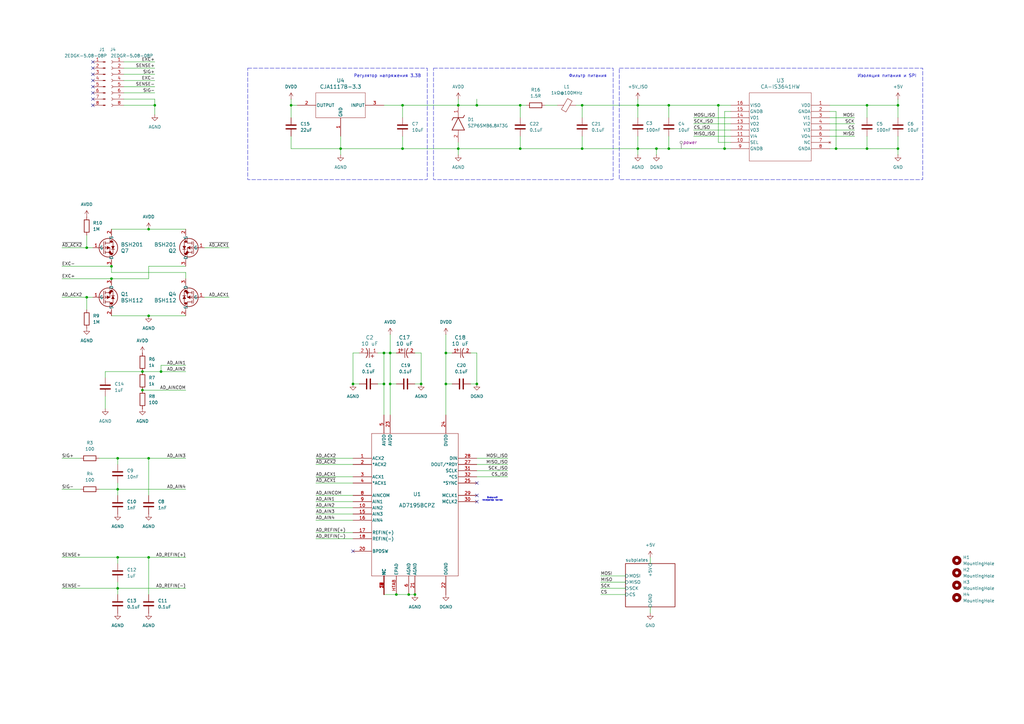
<source format=kicad_sch>
(kicad_sch (version 20231120) (generator "eeschema") (generator_version "8.0")
  (paper "A3")
  (junction (at 63.5 43.18))
  (junction (at 182.88 144.78))
  (junction (at 48.26 200.66))
  (junction (at 60.96 129.54))
  (junction (at 368.3 60.96))
  (junction (at 261.62 43.18))
  (junction (at 213.36 43.18))
  (junction (at 238.76 60.96))
  (junction (at 45.72 109.22))
  (junction (at 48.26 187.96))
  (junction (at 157.48 157.48))
  (junction (at 58.42 160.02))
  (junction (at 157.48 144.78))
  (junction (at 195.58 157.48))
  (junction (at 48.26 241.3))
  (junction (at 269.24 60.96))
  (junction (at 195.58 43.18))
  (junction (at 160.02 157.48))
  (junction (at 261.62 60.96))
  (junction (at 119.38 43.18))
  (junction (at 160.02 144.78))
  (junction (at 45.72 114.3))
  (junction (at 144.78 157.48))
  (junction (at 60.96 187.96))
  (junction (at 172.72 157.48))
  (junction (at 213.36 60.96))
  (junction (at 355.6 43.18))
  (junction (at 274.32 43.18))
  (junction (at 165.1 60.96))
  (junction (at 139.7 60.96))
  (junction (at 342.9 60.96))
  (junction (at 368.3 43.18))
  (junction (at 355.6 60.96))
  (junction (at 170.18 243.84))
  (junction (at 48.26 228.6))
  (junction (at 238.76 43.18))
  (junction (at 60.96 228.6))
  (junction (at 182.88 157.48))
  (junction (at 35.56 101.6))
  (junction (at 165.1 43.18))
  (junction (at 66.04 152.4))
  (junction (at 294.64 43.18))
  (junction (at 35.56 121.92))
  (junction (at 297.18 60.96))
  (junction (at 167.64 243.84))
  (junction (at 187.96 60.96))
  (junction (at 274.32 60.96))
  (junction (at 162.56 243.84))
  (junction (at 60.96 93.98))
  (junction (at 58.42 152.4))
  (junction (at 187.96 43.18))
  (no_connect (at 38.1 35.56))
  (no_connect (at 38.1 30.48))
  (no_connect (at 195.58 198.12))
  (no_connect (at 144.78 226.06))
  (no_connect (at 38.1 40.64))
  (no_connect (at 38.1 33.02))
  (no_connect (at 38.1 38.1))
  (no_connect (at 38.1 25.4))
  (no_connect (at 38.1 43.18))
  (no_connect (at 195.58 205.74))
  (no_connect (at 195.58 203.2))
  (no_connect (at 38.1 27.94))
  (wire (pts (xy 76.2 149.86) (xy 66.04 149.86)))
  (wire (pts (xy 170.18 157.48) (xy 172.72 157.48)))
  (wire (pts (xy 368.3 48.26) (xy 368.3 43.18)))
  (wire (pts (xy 266.7 251.46) (xy 266.7 248.92)))
  (wire (pts (xy 83.82 101.6) (xy 93.98 101.6)))
  (wire (pts (xy 160.02 157.48) (xy 162.56 157.48)))
  (wire (pts (xy 157.48 144.78) (xy 160.02 144.78)))
  (wire (pts (xy 66.04 149.86) (xy 66.04 152.4)))
  (wire (pts (xy 213.36 43.18) (xy 215.9 43.18)))
  (wire (pts (xy 182.88 157.48) (xy 182.88 170.18)))
  (wire (pts (xy 60.96 109.22) (xy 76.2 109.22)))
  (wire (pts (xy 40.64 200.66) (xy 48.26 200.66)))
  (wire (pts (xy 139.7 60.96) (xy 165.1 60.96)))
  (wire (pts (xy 299.72 45.72) (xy 297.18 45.72)))
  (wire (pts (xy 50.8 40.64) (xy 63.5 40.64)))
  (wire (pts (xy 297.18 45.72) (xy 297.18 60.96)))
  (wire (pts (xy 256.54 241.3) (xy 246.38 241.3)))
  (wire (pts (xy 274.32 55.88) (xy 274.32 60.96)))
  (wire (pts (xy 299.72 60.96) (xy 297.18 60.96)))
  (wire (pts (xy 193.04 144.78) (xy 195.58 144.78)))
  (wire (pts (xy 50.8 38.1) (xy 63.5 38.1)))
  (wire (pts (xy 129.54 220.98) (xy 144.78 220.98)))
  (wire (pts (xy 342.9 60.96) (xy 355.6 60.96)))
  (wire (pts (xy 355.6 55.88) (xy 355.6 60.96)))
  (wire (pts (xy 154.94 157.48) (xy 157.48 157.48)))
  (wire (pts (xy 160.02 157.48) (xy 160.02 170.18)))
  (wire (pts (xy 195.58 187.96) (xy 208.28 187.96)))
  (wire (pts (xy 195.58 43.18) (xy 213.36 43.18)))
  (wire (pts (xy 139.7 55.88) (xy 139.7 60.96)))
  (wire (pts (xy 48.26 241.3) (xy 76.2 241.3)))
  (wire (pts (xy 160.02 137.16) (xy 160.02 144.78)))
  (wire (pts (xy 60.96 203.2) (xy 60.96 187.96)))
  (wire (pts (xy 48.26 238.76) (xy 48.26 241.3)))
  (wire (pts (xy 58.42 152.4) (xy 66.04 152.4)))
  (wire (pts (xy 340.36 55.88) (xy 350.52 55.88)))
  (wire (pts (xy 129.54 208.28) (xy 144.78 208.28)))
  (wire (pts (xy 284.48 50.8) (xy 299.72 50.8)))
  (wire (pts (xy 294.64 43.18) (xy 294.64 58.42)))
  (wire (pts (xy 238.76 55.88) (xy 238.76 60.96)))
  (wire (pts (xy 48.26 200.66) (xy 48.26 198.12)))
  (wire (pts (xy 66.04 152.4) (xy 76.2 152.4)))
  (wire (pts (xy 213.36 60.96) (xy 238.76 60.96)))
  (wire (pts (xy 182.88 137.16) (xy 182.88 144.78)))
  (wire (pts (xy 60.96 228.6) (xy 60.96 243.84)))
  (wire (pts (xy 162.56 243.84) (xy 167.64 243.84)))
  (wire (pts (xy 368.3 43.18) (xy 355.6 43.18)))
  (wire (pts (xy 172.72 144.78) (xy 172.72 157.48)))
  (wire (pts (xy 165.1 60.96) (xy 187.96 60.96)))
  (wire (pts (xy 43.18 154.94) (xy 43.18 152.4)))
  (wire (pts (xy 58.42 160.02) (xy 76.2 160.02)))
  (wire (pts (xy 368.3 40.64) (xy 368.3 43.18)))
  (wire (pts (xy 50.8 27.94) (xy 63.5 27.94)))
  (wire (pts (xy 187.96 40.64) (xy 187.96 43.18)))
  (wire (pts (xy 160.02 144.78) (xy 160.02 157.48)))
  (wire (pts (xy 157.48 243.84) (xy 162.56 243.84)))
  (wire (pts (xy 48.26 200.66) (xy 48.26 203.2)))
  (wire (pts (xy 160.02 144.78) (xy 162.56 144.78)))
  (wire (pts (xy 48.26 228.6) (xy 48.26 231.14)))
  (wire (pts (xy 187.96 43.18) (xy 195.58 43.18)))
  (wire (pts (xy 284.48 48.26) (xy 299.72 48.26)))
  (wire (pts (xy 25.4 187.96) (xy 33.02 187.96)))
  (wire (pts (xy 76.2 114.3) (xy 76.2 111.76)))
  (wire (pts (xy 60.96 228.6) (xy 76.2 228.6)))
  (wire (pts (xy 60.96 187.96) (xy 48.26 187.96)))
  (wire (pts (xy 48.26 200.66) (xy 76.2 200.66)))
  (wire (pts (xy 274.32 48.26) (xy 274.32 43.18)))
  (wire (pts (xy 368.3 55.88) (xy 368.3 60.96)))
  (wire (pts (xy 355.6 60.96) (xy 368.3 60.96)))
  (wire (pts (xy 195.58 190.5) (xy 208.28 190.5)))
  (wire (pts (xy 48.26 187.96) (xy 48.26 190.5)))
  (wire (pts (xy 274.32 43.18) (xy 261.62 43.18)))
  (wire (pts (xy 157.48 144.78) (xy 157.48 157.48)))
  (wire (pts (xy 129.54 213.36) (xy 144.78 213.36)))
  (wire (pts (xy 170.18 144.78) (xy 172.72 144.78)))
  (wire (pts (xy 129.54 203.2) (xy 144.78 203.2)))
  (wire (pts (xy 25.4 109.22) (xy 45.72 109.22)))
  (wire (pts (xy 187.96 63.5) (xy 187.96 60.96)))
  (wire (pts (xy 129.54 198.12) (xy 144.78 198.12)))
  (wire (pts (xy 340.36 53.34) (xy 350.52 53.34)))
  (wire (pts (xy 284.48 55.88) (xy 299.72 55.88)))
  (wire (pts (xy 167.64 243.84) (xy 170.18 243.84)))
  (wire (pts (xy 355.6 48.26) (xy 355.6 43.18)))
  (wire (pts (xy 25.4 200.66) (xy 33.02 200.66)))
  (wire (pts (xy 119.38 60.96) (xy 139.7 60.96)))
  (wire (pts (xy 35.56 96.52) (xy 35.56 101.6)))
  (wire (pts (xy 45.72 114.3) (xy 60.96 114.3)))
  (wire (pts (xy 340.36 48.26) (xy 350.52 48.26)))
  (wire (pts (xy 340.36 60.96) (xy 342.9 60.96)))
  (wire (pts (xy 25.4 101.6) (xy 35.56 101.6)))
  (wire (pts (xy 144.78 144.78) (xy 144.78 157.48)))
  (wire (pts (xy 274.32 43.18) (xy 294.64 43.18)))
  (wire (pts (xy 294.64 43.18) (xy 299.72 43.18)))
  (wire (pts (xy 157.48 157.48) (xy 157.48 170.18)))
  (wire (pts (xy 144.78 157.48) (xy 147.32 157.48)))
  (wire (pts (xy 43.18 162.56) (xy 43.18 167.64)))
  (wire (pts (xy 119.38 40.64) (xy 119.38 43.18)))
  (wire (pts (xy 256.54 236.22) (xy 246.38 236.22)))
  (wire (pts (xy 50.8 43.18) (xy 63.5 43.18)))
  (wire (pts (xy 48.26 228.6) (xy 60.96 228.6)))
  (wire (pts (xy 261.62 40.64) (xy 261.62 43.18)))
  (wire (pts (xy 50.8 25.4) (xy 63.5 25.4)))
  (wire (pts (xy 40.64 187.96) (xy 48.26 187.96)))
  (wire (pts (xy 129.54 190.5) (xy 144.78 190.5)))
  (wire (pts (xy 129.54 205.74) (xy 144.78 205.74)))
  (wire (pts (xy 147.32 144.78) (xy 144.78 144.78)))
  (wire (pts (xy 182.88 144.78) (xy 182.88 157.48)))
  (wire (pts (xy 182.88 157.48) (xy 185.42 157.48)))
  (wire (pts (xy 50.8 35.56) (xy 63.5 35.56)))
  (wire (pts (xy 223.52 43.18) (xy 228.6 43.18)))
  (wire (pts (xy 195.58 144.78) (xy 195.58 157.48)))
  (wire (pts (xy 340.36 45.72) (xy 342.9 45.72)))
  (wire (pts (xy 261.62 55.88) (xy 261.62 60.96)))
  (wire (pts (xy 60.96 114.3) (xy 60.96 109.22)))
  (wire (pts (xy 121.92 43.18) (xy 119.38 43.18)))
  (wire (pts (xy 25.4 228.6) (xy 48.26 228.6)))
  (wire (pts (xy 340.36 50.8) (xy 350.52 50.8)))
  (wire (pts (xy 25.4 241.3) (xy 48.26 241.3)))
  (wire (pts (xy 25.4 121.92) (xy 35.56 121.92)))
  (wire (pts (xy 238.76 60.96) (xy 261.62 60.96)))
  (wire (pts (xy 129.54 187.96) (xy 144.78 187.96)))
  (wire (pts (xy 129.54 195.58) (xy 144.78 195.58)))
  (wire (pts (xy 185.42 144.78) (xy 182.88 144.78)))
  (wire (pts (xy 261.62 48.26) (xy 261.62 43.18)))
  (wire (pts (xy 139.7 60.96) (xy 139.7 63.5)))
  (wire (pts (xy 195.58 195.58) (xy 208.28 195.58)))
  (wire (pts (xy 284.48 53.34) (xy 299.72 53.34)))
  (wire (pts (xy 342.9 45.72) (xy 342.9 60.96)))
  (wire (pts (xy 165.1 43.18) (xy 165.1 48.26)))
  (wire (pts (xy 187.96 60.96) (xy 187.96 58.42)))
  (wire (pts (xy 63.5 40.64) (xy 63.5 43.18)))
  (wire (pts (xy 129.54 210.82) (xy 144.78 210.82)))
  (wire (pts (xy 45.72 111.76) (xy 76.2 111.76)))
  (wire (pts (xy 256.54 243.84) (xy 246.38 243.84)))
  (wire (pts (xy 154.94 144.78) (xy 157.48 144.78)))
  (wire (pts (xy 25.4 114.3) (xy 45.72 114.3)))
  (wire (pts (xy 35.56 121.92) (xy 35.56 127)))
  (wire (pts (xy 45.72 109.22) (xy 45.72 111.76)))
  (wire (pts (xy 83.82 121.92) (xy 93.98 121.92)))
  (wire (pts (xy 195.58 193.04) (xy 208.28 193.04)))
  (wire (pts (xy 261.62 60.96) (xy 269.24 60.96)))
  (wire (pts (xy 119.38 43.18) (xy 119.38 48.26)))
  (wire (pts (xy 157.48 43.18) (xy 165.1 43.18)))
  (wire (pts (xy 236.22 43.18) (xy 238.76 43.18)))
  (wire (pts (xy 274.32 60.96) (xy 297.18 60.96)))
  (wire (pts (xy 266.7 228.6) (xy 266.7 231.14)))
  (wire (pts (xy 187.96 60.96) (xy 213.36 60.96)))
  (wire (pts (xy 256.54 238.76) (xy 246.38 238.76)))
  (wire (pts (xy 50.8 30.48) (xy 63.5 30.48)))
  (wire (pts (xy 368.3 60.96) (xy 368.3 63.5)))
  (wire (pts (xy 213.36 55.88) (xy 213.36 60.96)))
  (wire (pts (xy 165.1 55.88) (xy 165.1 60.96)))
  (wire (pts (xy 213.36 43.18) (xy 213.36 48.26)))
  (wire (pts (xy 45.72 93.98) (xy 60.96 93.98)))
  (wire (pts (xy 60.96 93.98) (xy 76.2 93.98)))
  (wire (pts (xy 119.38 55.88) (xy 119.38 60.96)))
  (wire (pts (xy 299.72 58.42) (xy 294.64 58.42)))
  (wire (pts (xy 269.24 60.96) (xy 274.32 60.96)))
  (wire (pts (xy 35.56 121.92) (xy 38.1 121.92)))
  (wire (pts (xy 238.76 43.18) (xy 238.76 48.26)))
  (wire (pts (xy 165.1 43.18) (xy 187.96 43.18)))
  (wire (pts (xy 60.96 129.54) (xy 76.2 129.54)))
  (wire (pts (xy 261.62 60.96) (xy 261.62 63.5)))
  (wire (pts (xy 63.5 43.18) (xy 63.5 46.99)))
  (wire (pts (xy 269.24 60.96) (xy 269.24 63.5)))
  (wire (pts (xy 43.18 152.4) (xy 58.42 152.4)))
  (wire (pts (xy 340.36 43.18) (xy 355.6 43.18)))
  (wire (pts (xy 195.58 40.64) (xy 195.58 43.18)))
  (wire (pts (xy 50.8 33.02) (xy 63.5 33.02)))
  (wire (pts (xy 238.76 43.18) (xy 261.62 43.18)))
  (wire (pts (xy 129.54 218.44) (xy 144.78 218.44)))
  (wire (pts (xy 60.96 187.96) (xy 76.2 187.96)))
  (wire (pts (xy 35.56 101.6) (xy 38.1 101.6)))
  (wire (pts (xy 193.04 157.48) (xy 195.58 157.48)))
  (wire (pts (xy 45.72 129.54) (xy 60.96 129.54)))
  (wire (pts (xy 48.26 241.3) (xy 48.26 243.84)))
  (rectangle (start 254 27.94) (end 378.46 73.66) (stroke (width 0) (type dash)))
  (rectangle (start 101.6 27.94) (end 175.26 73.66) (stroke (width 0) (type dash)))
  (rectangle (start 177.8 27.94) (end 251.46 73.66) (stroke (width 0) (type dash)))
  (text_box "Внешний генератор тактов" (at 196.85 201.93 0) (size 10.16 5.08) (stroke (width -0.0001)) (effects (font (size 0.635 0.635))))
  (text "Изоляция питания и SPI" (at 375.92 30.48 0) (effects (font (size 1.27 1.27)) (justify right top)))
  (text "Фильтр питания" (at 248.92 30.48 0) (effects (font (size 1.27 1.27)) (justify right top)))
  (text "Регулятор напряжения 3.3В" (at 172.72 30.48 0) (effects (font (size 1.27 1.27)) (justify right top)))
  (label "CS" (at 350.52 53.34 180))
  (label "SENSE+" (at 63.5 27.94 180))
  (label "SIG-" (at 25.4 200.66 0))
  (label "~{AD_ACX1}" (at 129.54 198.12 0))
  (label "CS_ISO" (at 284.48 53.34 0))
  (label "AD_ACX2" (at 25.4 121.92 0))
  (label "MISO_ISO" (at 284.48 55.88 0))
  (label "EXC+" (at 25.4 114.3 0))
  (label "SENSE-" (at 63.5 35.56 180))
  (label "SIG+" (at 63.5 30.48 180))
  (label "AD_REFIN(+)" (at 129.54 218.44 0))
  (label "AD_AIN2" (at 129.54 208.28 0))
  (label "AD_ACX1" (at 129.54 195.58 0))
  (label "~{AD_ACX2}" (at 25.4 101.6 0))
  (label "AD_ACX2" (at 129.54 187.96 0))
  (label "MISO" (at 246.38 238.76 0))
  (label "SIG-" (at 63.5 38.1 180))
  (label "EXC+" (at 63.5 25.4 180))
  (label "MOSI_ISO" (at 208.28 187.96 180))
  (label "MOSI_ISO" (at 284.48 48.26 0))
  (label "CS" (at 246.38 243.84 0))
  (label "SCK_ISO" (at 284.48 50.8 0))
  (label "AD_AIN2" (at 76.2 152.4 180))
  (label "AD_AINCOM" (at 129.54 203.2 0))
  (label "MOSI" (at 246.38 236.22 0))
  (label "AD_AIN4" (at 76.2 200.66 180))
  (label "AD_AINCOM" (at 76.2 160.02 180))
  (label "AD_AIN3" (at 129.54 210.82 0))
  (label "AD_AIN1" (at 129.54 205.74 0))
  (label "MOSI" (at 350.52 48.26 180))
  (label "MISO_ISO" (at 208.28 190.5 180))
  (label "AD_AIN4" (at 129.54 213.36 0))
  (label "AD_AIN1" (at 76.2 149.86 180))
  (label "AD_REFIN(+)" (at 76.2 228.6 180))
  (label "SCK" (at 350.52 50.8 180))
  (label "SCK_ISO" (at 208.28 193.04 180))
  (label "AD_AIN3" (at 76.2 187.96 180))
  (label "SENSE-" (at 25.4 241.3 0))
  (label "EXC-" (at 63.5 33.02 180))
  (label "MISO" (at 350.52 55.88 180))
  (label "SIG+" (at 25.4 187.96 0))
  (label "CS_ISO" (at 208.28 195.58 180))
  (label "AD_ACX1" (at 93.98 121.92 180))
  (label "~{AD_ACX1}" (at 93.98 101.6 180))
  (label "AD_REFIN(-)" (at 76.2 241.3 180))
  (label "SCK" (at 246.38 241.3 0))
  (label "AD_REFIN(-)" (at 129.54 220.98 0))
  (label "SENSE+" (at 25.4 228.6 0))
  (label "~{AD_ACX2}" (at 129.54 190.5 0))
  (label "EXC-" (at 25.4 109.22 0))
  (netclass_flag "" (length 2.54) (shape round) (at 279.4 60.96 0) (property "Netclass" "power" (at 280.0985 58.42 0) (effects (font (italic yes)) (justify left))))
  (symbol (lib_id "power:GND") (at 261.62 63.5 0) (unit 1)
    (property "Reference" "#PWR028" (effects (hide yes)))
    (property "Value" "AGND" (at 261.62 68.58 0))
    (property "Description" "Power symbol creates a global label with name \"GND\" , ground" (effects (hide yes)))
  )
  (symbol (lib_id "kicad_inventree_lib:R_100_1206_1%") (at 36.83 187.96 90) (unit 1)
    (property "Reference" "R3" (at 36.83 181.61 90))
    (property "Value" "100" (at 36.83 184.15 90))
    (property "Footprint" "Resistor_SMD:R_1206_3216Metric_Pad1.30x1.75mm_HandSolder" (effects (hide yes)))
    (property "Datasheet" "http://inventree.network/part/61/" (effects (hide yes)))
    (property "Description" "Resistor" (effects (hide yes)))
    (property "NextPCB_price" "0.00169" (effects (hide yes)))
    (property "NextPCB_url" "https://www.hqonline.com/product-detail/chip-resistors-fojan-frc1206f3301ts-2500354421" (effects (hide yes)))
    (property "part_ipn" "R_100_1206_1%" (effects (hide yes)))
  )
  (symbol (lib_id "power:GND") (at 182.88 243.84 0) (unit 1)
    (property "Reference" "#PWR04" (effects (hide yes)))
    (property "Value" "DGND" (at 182.88 248.92 0))
    (property "Description" "Power symbol creates a global label with name \"GND\" , ground" (effects (hide yes)))
  )
  (symbol (lib_id "kicad_inventree_lib:R_1M_1206_1%") (at 35.56 130.81 0) (unit 1)
    (property "Reference" "R9" (at 38.1 129.5399 0) (effects (justify left)))
    (property "Value" "1M" (at 38.1 132.0799 0) (effects (justify left)))
    (property "Footprint" "Resistor_SMD:R_1206_3216Metric_Pad1.30x1.75mm_HandSolder" (effects (hide yes)))
    (property "Datasheet" "http://inventree.network/part/89/" (effects (hide yes)))
    (property "Description" "Resistor" (effects (hide yes)))
    (property "part_ipn" "R_1M_1206_1%" (effects (hide yes)))
  )
  (symbol (lib_id "power:GND") (at 144.78 157.48 0) (unit 1)
    (property "Reference" "#PWR011" (effects (hide yes)))
    (property "Value" "AGND" (at 144.78 162.56 0))
    (property "Description" "Power symbol creates a global label with name \"GND\" , ground" (effects (hide yes)))
  )
  (symbol (lib_id "kicad_inventree_lib:R_100_1206_1%") (at 58.42 163.83 0) (unit 1)
    (property "Reference" "R8" (at 60.96 162.5599 0) (effects (justify left)))
    (property "Value" "100" (at 60.96 165.0999 0) (effects (justify left)))
    (property "Footprint" "Resistor_SMD:R_1206_3216Metric_Pad1.30x1.75mm_HandSolder" (effects (hide yes)))
    (property "Datasheet" "http://inventree.network/part/61/" (effects (hide yes)))
    (property "Description" "Resistor" (effects (hide yes)))
    (property "NextPCB_price" "0.00169" (effects (hide yes)))
    (property "NextPCB_url" "https://www.hqonline.com/product-detail/chip-resistors-fojan-frc1206f3301ts-2500354421" (effects (hide yes)))
    (property "part_ipn" "R_100_1206_1%" (effects (hide yes)))
  )
  (symbol (lib_id "kicad_inventree_lib:C_100nF_50V_1206") (at 355.6 52.07 0) (unit 1)
    (property "Reference" "C5" (at 359.41 50.7999 0) (effects (justify left)))
    (property "Value" "100nF" (at 359.41 53.3399 0) (effects (justify left)))
    (property "Footprint" "Capacitor_SMD:C_1206_3216Metric_Pad1.33x1.80mm_HandSolder" (effects (hide yes)))
    (property "Datasheet" "http://inventree.network/part/44/" (effects (hide yes)))
    (property "Description" "Unpolarized capacitor" (effects (hide yes)))
    (property "part_ipn" "C_100nF_50V_1206" (effects (hide yes)))
  )
  (symbol (lib_id "kicad_inventree_lib:C_100nF_1206") (at 60.96 247.65 180) (unit 1)
    (property "Reference" "C11" (at 64.77 246.3799 0) (effects (justify right)))
    (property "Value" "0.1uF" (at 64.77 248.9199 0) (effects (justify right)))
    (property "Footprint" "Capacitor_SMD:C_1206_3216Metric_Pad1.33x1.80mm_HandSolder" (effects (hide yes)))
    (property "Datasheet" "http://inventree.network/part/44/" (effects (hide yes)))
    (property "Description" "Unpolarized capacitor" (effects (hide yes)))
    (property "part_ipn" "C_100nF_1206" (effects (hide yes)))
  )
  (symbol (lib_id "Mechanical:MountingHole") (at 392.43 240.03 0) (unit 1) (exclude_from_sim yes) (in_bom no)
    (property "Reference" "H3" (at 394.97 238.7599 0) (effects (justify left)))
    (property "Value" "MountingHole" (at 394.97 241.2999 0) (effects (justify left)))
    (property "Footprint" "MountingHole:MountingHole_3.2mm_M3" (effects (hide yes)))
    (property "Description" "Mounting Hole without connection" (effects (hide yes)))
  )
  (symbol (lib_id "kicad_inventree_lib:TAJA106M016RNJ") (at 162.56 144.78 0) (unit 1)
    (property "Reference" "C17" (at 165.8874 138.43 0) (effects (font (size 1.524 1.524))))
    (property "Value" "10 uF" (at 165.8874 140.97 0) (effects (font (size 1.524 1.524))))
    (property "Footprint" "kicad_inventree_lib:TAJA_AVX-M" (effects (hide yes)))
    (property "Datasheet" "TAJA106M016RNJ" (effects (hide yes)))
    (property "Description" "10uF 16V 3Ω@100kHz ±20% CASE-A-3216-18(mm) Tantalum Capacitors" (effects (hide yes)))
    (property "part_ipn" "TAJA106M016RNJ" (effects (hide yes)))
  )
  (symbol (lib_id "kicad_inventree_lib:C_100nF_1206") (at 48.26 247.65 180) (unit 1)
    (property "Reference" "C13" (at 52.07 246.3799 0) (effects (justify right)))
    (property "Value" "0.1uF" (at 52.07 248.9199 0) (effects (justify right)))
    (property "Footprint" "Capacitor_SMD:C_1206_3216Metric_Pad1.33x1.80mm_HandSolder" (effects (hide yes)))
    (property "Datasheet" "http://inventree.network/part/44/" (effects (hide yes)))
    (property "Description" "Unpolarized capacitor" (effects (hide yes)))
    (property "part_ipn" "C_100nF_1206" (effects (hide yes)))
  )
  (symbol (lib_id "kicad_inventree_lib:C_100nF_1206") (at 151.13 157.48 90) (unit 1)
    (property "Reference" "C1" (at 151.13 149.86 90))
    (property "Value" "0.1uF" (at 151.13 152.4 90))
    (property "Footprint" "Capacitor_SMD:C_1206_3216Metric_Pad1.33x1.80mm_HandSolder" (effects (hide yes)))
    (property "Datasheet" "http://inventree.network/part/44/" (effects (hide yes)))
    (property "Description" "Unpolarized capacitor" (effects (hide yes)))
    (property "part_ipn" "C_100nF_1206" (effects (hide yes)))
  )
  (symbol (lib_id "kicad_inventree_lib:C_10uF_50V_1210") (at 368.3 52.07 0) (unit 1)
    (property "Reference" "C6" (at 372.11 50.7999 0) (effects (justify left)))
    (property "Value" "10uF" (at 372.11 53.3399 0) (effects (justify left)))
    (property "Footprint" "Capacitor_SMD:C_1210_3225Metric_Pad1.33x2.70mm_HandSolder" (effects (hide yes)))
    (property "Datasheet" "http://inventree.network/part/125/" (effects (hide yes)))
    (property "Description" "Unpolarized capacitor" (effects (hide yes)))
    (property "part_ipn" "C_10uF_50V_1210" (effects (hide yes)))
  )
  (symbol (lib_id "kicad_inventree_lib:AD7195BCPZ") (at 144.78 182.88 0) (unit 1)
    (property "Reference" "U1" (at 169.418 202.692 0) (effects (font (size 1.524 1.524)) (justify left)))
    (property "Value" "AD7195BCPZ" (at 163.576 207.264 0) (effects (font (size 1.524 1.524)) (justify left)))
    (property "Footprint" "kicad_inventree_lib:AD7195BCPZ" (effects (hide yes)))
    (property "Datasheet" "http://inventree.network/part/84/" (effects (hide yes)))
    (property "part_ipn" "AD7195BCPZ" (effects (hide yes)))
  )
  (symbol (lib_id "power:+5V") (at 119.38 40.64 0) (unit 1)
    (property "Reference" "#PWR036" (effects (hide yes)))
    (property "Value" "DVDD" (at 119.38 35.56 0))
    (property "Description" "Power symbol creates a global label with name \"+5V\"" (effects (hide yes)))
  )
  (symbol (lib_id "kicad_inventree_lib:C_22uF_16V_1206") (at 119.38 52.07 0) (unit 1)
    (property "Reference" "C15" (at 123.19 50.7999 0) (effects (justify left)))
    (property "Value" "22uF" (at 123.19 53.3399 0) (effects (justify left)))
    (property "Footprint" "Capacitor_SMD:C_1206_3216Metric_Pad1.33x1.80mm_HandSolder" (effects (hide yes)))
    (property "Datasheet" "http://inventree.network/part/166/" (effects (hide yes)))
    (property "Description" "Unpolarized capacitor" (effects (hide yes)))
    (property "part_ipn" "C_22uF_16V_1206" (effects (hide yes)))
  )
  (symbol (lib_id "power:GND") (at 35.56 134.62 0) (unit 1)
    (property "Reference" "#PWR014" (effects (hide yes)))
    (property "Value" "AGND" (at 35.56 139.7 0))
    (property "Description" "Power symbol creates a global label with name \"GND\" , ground" (effects (hide yes)))
  )
  (symbol (lib_id "power:GND") (at 48.26 251.46 0) (unit 1)
    (property "Reference" "#PWR017" (effects (hide yes)))
    (property "Value" "AGND" (at 48.26 256.54 0))
    (property "Description" "Power symbol creates a global label with name \"GND\" , ground" (effects (hide yes)))
  )
  (symbol (lib_id "kicad_inventree_lib:CA-IS3641HW") (at 340.36 43.18 0) (mirror y) (unit 1)
    (property "Reference" "U3" (at 320.04 33.02 0) (effects (font (size 1.524 1.524))))
    (property "Value" "CA-IS3641HW" (at 320.04 35.56 0) (effects (font (size 1.524 1.524))))
    (property "Footprint" "kicad_inventree_lib:SOIC16-WBW_CLG-M" (effects (hide yes)))
    (property "Datasheet" "http://inventree.network/part/115/" (effects (hide yes)))
    (property "part_ipn" "CA-IS3641HW" (effects (hide yes)))
  )
  (symbol (lib_id "power:GND") (at 63.5 46.99 0) (unit 1)
    (property "Reference" "#PWR01" (effects (hide yes)))
    (property "Value" "AGND" (at 63.5 52.07 0))
    (property "Description" "Power symbol creates a global label with name \"GND\" , ground" (effects (hide yes)))
  )
  (symbol (lib_id "kicad_inventree_lib:C_1nF_1206") (at 60.96 207.01 0) (unit 1)
    (property "Reference" "C8" (at 64.77 205.7399 0) (effects (justify left)))
    (property "Value" "1nF" (at 64.77 208.2799 0) (effects (justify left)))
    (property "Footprint" "Capacitor_SMD:C_1206_3216Metric_Pad1.33x1.80mm_HandSolder" (effects (hide yes)))
    (property "Datasheet" "http://inventree.network/part/44/" (effects (hide yes)))
    (property "Description" "Unpolarized capacitor" (effects (hide yes)))
    (property "part_ipn" "C_1nF_1206" (effects (hide yes)))
  )
  (symbol (lib_id "kicad_inventree_lib:R_1M_1206_1%") (at 35.56 92.71 0) (unit 1)
    (property "Reference" "R10" (at 38.1 91.4399 0) (effects (justify left)))
    (property "Value" "1M" (at 38.1 93.9799 0) (effects (justify left)))
    (property "Footprint" "Resistor_SMD:R_1206_3216Metric_Pad1.30x1.75mm_HandSolder" (effects (hide yes)))
    (property "Datasheet" "http://inventree.network/part/89/" (effects (hide yes)))
    (property "Description" "Resistor" (effects (hide yes)))
    (property "part_ipn" "R_1M_1206_1%" (effects (hide yes)))
  )
  (symbol (lib_id "kicad_inventree_lib:C_100nF_1206") (at 189.23 157.48 90) (unit 1)
    (property "Reference" "C20" (at 189.23 149.86 90))
    (property "Value" "0.1uF" (at 189.23 152.4 90))
    (property "Footprint" "Capacitor_SMD:C_1206_3216Metric_Pad1.33x1.80mm_HandSolder" (effects (hide yes)))
    (property "Datasheet" "http://inventree.network/part/44/" (effects (hide yes)))
    (property "Description" "Unpolarized capacitor" (effects (hide yes)))
    (property "part_ipn" "C_100nF_1206" (effects (hide yes)))
  )
  (symbol (lib_id "kicad_inventree_lib:SZP6SMB6.8AT3G") (at 187.96 43.18 270) (unit 1)
    (property "Reference" "D1" (at 191.77 49.0219 90) (effects (justify left)))
    (property "Value" "SZP6SMB6.8AT3G" (at 191.77 51.5619 90) (effects (justify left)))
    (property "Footprint" "kicad_inventree_lib:DIOM5436X247N" (effects (hide yes)))
    (property "Datasheet" "http://inventree.network/part/91/" (effects (hide yes)))
    (property "Description" "10.5V Clamp 57A Ipp Tvs Diode Surface Mount SMB" (effects (hide yes)))
    (property "Height" "2.47" (effects (hide yes)))
    (property "Manufacturer_Name" "LITTELFUSE" (effects (hide yes)))
    (property "Manufacturer_Part_Number" "SZP6SMB6.8AT3G" (effects (hide yes)))
    (property "Mouser Part Number" "863-SZP6SMB6.8AT3G" (effects (hide yes)))
    (property "Mouser Price/Stock" "https://www.mouser.co.uk/ProductDetail/Littelfuse/SZP6SMB6.8AT3G?qs=sK5eIuwOod5Hrxw0lzAaZQ%3D%3D" (effects (hide yes)))
    (property "Arrow Part Number" "SZP6SMB6.8AT3G" (effects (hide yes)))
    (property "Arrow Price/Stock" "https://www.arrow.com/en/products/szp6smb6.8at3g/littelfuse?region=europe" (effects (hide yes)))
    (property "part_ipn" "SZP6SMB6.8AT3G" (effects (hide yes)))
  )
  (symbol (lib_id "kicad_inventree_lib:C_10uF_50V_1210") (at 274.32 52.07 0) (unit 1)
    (property "Reference" "C4" (at 278.13 50.7999 0) (effects (justify left)))
    (property "Value" "10uF" (at 278.13 53.3399 0) (effects (justify left)))
    (property "Footprint" "Capacitor_SMD:C_1210_3225Metric_Pad1.33x2.70mm_HandSolder" (effects (hide yes)))
    (property "Datasheet" "http://inventree.network/part/125/" (effects (hide yes)))
    (property "Description" "Unpolarized capacitor" (effects (hide yes)))
    (property "part_ipn" "C_10uF_50V_1210" (effects (hide yes)))
  )
  (symbol (lib_id "power:GND") (at 48.26 210.82 0) (unit 1)
    (property "Reference" "#PWR021" (effects (hide yes)))
    (property "Value" "AGND" (at 48.26 215.9 0))
    (property "Description" "Power symbol creates a global label with name \"GND\" , ground" (effects (hide yes)))
  )
  (symbol (lib_id "kicad_inventree_lib:C_1uF_1206") (at 43.18 158.75 0) (unit 1)
    (property "Reference" "C14" (at 46.99 157.4799 0) (effects (justify left)))
    (property "Value" "1uF" (at 46.99 160.0199 0) (effects (justify left)))
    (property "Footprint" "Capacitor_SMD:C_1206_3216Metric_Pad1.33x1.80mm_HandSolder" (effects (hide yes)))
    (property "Datasheet" "http://inventree.network/part/44/" (effects (hide yes)))
    (property "Description" "Unpolarized capacitor" (effects (hide yes)))
    (property "part_ipn" "C_1uF_1206" (effects (hide yes)))
  )
  (symbol (lib_id "kicad_inventree_lib:FB_300mΩ_1kΩ@100MHz_1206") (at 232.41 43.18 270) (unit 1)
    (property "Reference" "L1" (at 232.4608 35.56 90))
    (property "Value" "1kΩ@100MHz" (at 232.4608 38.1 90))
    (property "Footprint" "Inductor_SMD:L_1206_3216Metric_Pad1.42x1.75mm_HandSolder" (effects (hide yes)))
    (property "Datasheet" "http://inventree.network/part/93/" (effects (hide yes)))
    (property "Description" "Ferrite bead" (effects (hide yes)))
    (property "part_ipn" "FB_300mΩ_1kΩ@100MHz_1206" (effects (hide yes)))
  )
  (symbol (lib_id "kicad_inventree_lib:CJA1117B-3.3") (at 139.7 38.1 0) (mirror y) (unit 1)
    (property "Reference" "U4" (at 139.7 33.02 0) (effects (font (size 1.524 1.524))))
    (property "Value" "CJA1117B-3.3" (at 139.7 35.56 0) (effects (font (size 1.524 1.524))))
    (property "Footprint" "Package_TO_SOT_SMD:SOT-89-3" (effects (hide yes)))
    (property "Datasheet" "http://inventree.network/part/165/" (effects (hide yes)))
    (property "part_ipn" "CJA1117B-3.3" (effects (hide yes)))
  )
  (symbol (lib_id "kicad_inventree_lib:C_100nF_50V_1206") (at 261.62 52.07 0) (unit 1)
    (property "Reference" "C3" (at 264.922 50.546 0) (effects (justify left)))
    (property "Value" "100nF" (at 264.922 53.34 0) (effects (justify left)))
    (property "Footprint" "Capacitor_SMD:C_1206_3216Metric_Pad1.33x1.80mm_HandSolder" (effects (hide yes)))
    (property "Datasheet" "http://inventree.network/part/44/" (effects (hide yes)))
    (property "Description" "Unpolarized capacitor" (effects (hide yes)))
    (property "part_ipn" "C_100nF_50V_1206" (effects (hide yes)))
  )
  (symbol (lib_id "kicad_inventree_lib:C_10uF_16V_1206") (at 165.1 52.07 0) (unit 1)
    (property "Reference" "C7" (at 168.91 50.7999 0) (effects (justify left)))
    (property "Value" "10uF" (at 168.91 53.3399 0) (effects (justify left)))
    (property "Footprint" "Capacitor_SMD:C_1206_3216Metric_Pad1.33x1.80mm_HandSolder" (effects (hide yes)))
    (property "Datasheet" "http://inventree.network/part/141/" (effects (hide yes)))
    (property "Description" "Unpolarized capacitor" (effects (hide yes)))
    (property "part_ipn" "C_10uF_16V_1206" (effects (hide yes)))
  )
  (symbol (lib_id "kicad_inventree_lib:BSH112") (at 38.1 121.92 0) (unit 1)
    (property "Reference" "Q1" (at 49.53 120.6499 0) (effects (font (size 1.524 1.524)) (justify left)))
    (property "Value" "BSH112" (at 49.53 123.1899 0) (effects (font (size 1.524 1.524)) (justify left)))
    (property "Footprint" "kicad_inventree_lib:SOT23_NEX-M" (effects (hide yes)))
    (property "Datasheet" "http://inventree.network/part/88/" (effects (hide yes)))
    (property "part_ipn" "BSH112" (effects (hide yes)))
  )
  (symbol (lib_id "power:+5V") (at 187.96 40.64 0) (unit 1)
    (property "Reference" "#PWR023" (effects (hide yes)))
    (property "Value" "AVDD" (at 187.96 35.56 0))
    (property "Description" "Power symbol creates a global label with name \"+5V\"" (effects (hide yes)))
  )
  (symbol (lib_id "kicad_inventree_lib:Degson_2EDGK-5.08-08P") (at 40.64 25.4 0) (mirror y) (unit 1) (on_board no)
    (property "Reference" "J1" (at 40.64 20.32 0) (effects (justify right)))
    (property "Value" "2EDGK-5.08-08P" (at 26.416 22.86 0) (effects (justify right)))
    (property "Datasheet" "http://inventree.network/part/97/" (effects (hide yes)))
    (property "Description" "Generic connector, single row, 01x02, script generated" (effects (hide yes)))
    (property "part_ipn" "2EDGK-5.08-08P" (effects (hide yes)))
  )
  (symbol (lib_id "power:GND") (at 172.72 157.48 0) (unit 1)
    (property "Reference" "#PWR07" (effects (hide yes)))
    (property "Value" "AGND" (at 172.72 162.56 0))
    (property "Description" "Power symbol creates a global label with name \"GND\" , ground" (effects (hide yes)))
  )
  (symbol (lib_id "power:GND") (at 187.96 63.5 0) (unit 1)
    (property "Reference" "#PWR024" (effects (hide yes)))
    (property "Value" "AGND" (at 187.96 68.58 0))
    (property "Description" "Power symbol creates a global label with name \"GND\" , ground" (effects (hide yes)))
  )
  (symbol (lib_id "power:GND") (at 43.18 167.64 0) (unit 1)
    (property "Reference" "#PWR020" (effects (hide yes)))
    (property "Value" "AGND" (at 43.18 172.72 0))
    (property "Description" "Power symbol creates a global label with name \"GND\" , ground" (effects (hide yes)))
  )
  (symbol (lib_id "power:+5V") (at 266.7 228.6 0) (unit 1)
    (property "Reference" "#PWR025" (effects (hide yes)))
    (property "Value" "+5V" (at 266.7 223.52 0))
    (property "Description" "Power symbol creates a global label with name \"+5V\"" (effects (hide yes)))
  )
  (symbol (lib_id "power:GND") (at 139.7 63.5 0) (unit 1)
    (property "Reference" "#PWR027" (effects (hide yes)))
    (property "Value" "AGND" (at 139.7 68.58 0))
    (property "Description" "Power symbol creates a global label with name \"GND\" , ground" (effects (hide yes)))
  )
  (symbol (lib_id "power:+5V") (at 261.62 40.64 0) (unit 1)
    (property "Reference" "#PWR06" (effects (hide yes)))
    (property "Value" "+5V_ISO" (at 261.62 35.56 0))
    (property "Description" "Power symbol creates a global label with name \"+5V\"" (effects (hide yes)))
  )
  (symbol (lib_id "kicad_inventree_lib:R_1.5R_1206_1%") (at 219.71 43.18 90) (unit 1)
    (property "Reference" "R16" (at 219.71 36.83 90))
    (property "Value" "1.5R" (at 219.71 39.37 90))
    (property "Footprint" "Resistor_SMD:R_1206_3216Metric_Pad1.30x1.75mm_HandSolder" (effects (hide yes)))
    (property "Datasheet" "http://inventree.network/part/92/" (effects (hide yes)))
    (property "Description" "Resistor" (effects (hide yes)))
    (property "part_ipn" "R_1.5R_1206_1%" (effects (hide yes)))
  )
  (symbol (lib_id "power:GND") (at 269.24 63.5 0) (unit 1)
    (property "Reference" "#PWR09" (effects (hide yes)))
    (property "Value" "DGND" (at 269.24 68.58 0))
    (property "Description" "Power symbol creates a global label with name \"GND\" , ground" (effects (hide yes)))
  )
  (symbol (lib_id "kicad_inventree_lib:R_1k_1206_1%") (at 58.42 156.21 0) (unit 1)
    (property "Reference" "R7" (at 60.96 154.9399 0) (effects (justify left)))
    (property "Value" "1k" (at 60.96 157.4799 0) (effects (justify left)))
    (property "Footprint" "Resistor_SMD:R_1206_3216Metric_Pad1.30x1.75mm_HandSolder" (effects (hide yes)))
    (property "Datasheet" "http://inventree.network/part/60/" (effects (hide yes)))
    (property "Description" "Resistor" (effects (hide yes)))
    (property "NextPCB_price" "0.00169" (effects (hide yes)))
    (property "NextPCB_url" "https://www.hqonline.com/product-detail/chip-resistors-fojan-frc1206f3301ts-2500354421" (effects (hide yes)))
    (property "part_ipn" "R_1k_1206_1%" (effects (hide yes)))
  )
  (symbol (lib_id "kicad_inventree_lib:BSH201") (at 38.1 101.6 0) (mirror x) (unit 1)
    (property "Reference" "Q7" (at 49.53 102.8701 0) (effects (font (size 1.524 1.524)) (justify left)))
    (property "Value" "BSH201" (at 49.53 100.3301 0) (effects (font (size 1.524 1.524)) (justify left)))
    (property "Footprint" "kicad_inventree_lib:SOT23_NEX-M" (effects (hide yes)))
    (property "Datasheet" "http://inventree.network/part/87/" (effects (hide yes)))
    (property "part_ipn" "BSH201" (effects (hide yes)))
  )
  (symbol (lib_id "kicad_inventree_lib:C_10nF_1206") (at 48.26 194.31 0) (unit 1)
    (property "Reference" "C9" (at 52.07 193.0399 0) (effects (justify left)))
    (property "Value" "10nF" (at 52.07 195.5799 0) (effects (justify left)))
    (property "Footprint" "Capacitor_SMD:C_1206_3216Metric_Pad1.33x1.80mm_HandSolder" (effects (hide yes)))
    (property "Datasheet" "http://inventree.network/part/90/" (effects (hide yes)))
    (property "Description" "Unpolarized capacitor" (effects (hide yes)))
    (property "part_ipn" "C_10nF_1206" (effects (hide yes)))
  )
  (symbol (lib_id "kicad_inventree_lib:BSH201") (at 83.82 101.6 180) (unit 1)
    (property "Reference" "Q2" (at 72.39 102.8701 0) (effects (font (size 1.524 1.524)) (justify left)))
    (property "Value" "BSH201" (at 72.39 100.3301 0) (effects (font (size 1.524 1.524)) (justify left)))
    (property "Footprint" "kicad_inventree_lib:SOT23_NEX-M" (effects (hide yes)))
    (property "Datasheet" "http://inventree.network/part/87/" (effects (hide yes)))
    (property "part_ipn" "BSH201" (effects (hide yes)))
  )
  (symbol (lib_id "kicad_inventree_lib:C_1nF_1206") (at 48.26 207.01 0) (unit 1)
    (property "Reference" "C10" (at 52.07 205.7399 0) (effects (justify left)))
    (property "Value" "1nF" (at 52.07 208.2799 0) (effects (justify left)))
    (property "Footprint" "Capacitor_SMD:C_1206_3216Metric_Pad1.33x1.80mm_HandSolder" (effects (hide yes)))
    (property "Datasheet" "http://inventree.network/part/44/" (effects (hide yes)))
    (property "Description" "Unpolarized capacitor" (effects (hide yes)))
    (property "part_ipn" "C_1nF_1206" (effects (hide yes)))
  )
  (symbol (lib_id "power:+5V") (at 35.56 88.9 0) (unit 1)
    (property "Reference" "#PWR015" (effects (hide yes)))
    (property "Value" "AVDD" (at 35.56 83.82 0))
    (property "Description" "Power symbol creates a global label with name \"+5V\"" (effects (hide yes)))
  )
  (symbol (lib_id "power:+5V") (at 182.88 137.16 0) (unit 1)
    (property "Reference" "#PWR02" (effects (hide yes)))
    (property "Value" "DVDD" (at 182.88 132.08 0))
    (property "Description" "Power symbol creates a global label with name \"+5V\"" (effects (hide yes)))
  )
  (symbol (lib_id "power:GND") (at 60.96 251.46 0) (unit 1)
    (property "Reference" "#PWR016" (effects (hide yes)))
    (property "Value" "AGND" (at 60.96 256.54 0))
    (property "Description" "Power symbol creates a global label with name \"GND\" , ground" (effects (hide yes)))
  )
  (symbol (lib_id "power:GND") (at 170.18 243.84 0) (unit 1)
    (property "Reference" "#PWR05" (effects (hide yes)))
    (property "Value" "AGND" (at 170.18 248.92 0))
    (property "Description" "Power symbol creates a global label with name \"GND\" , ground" (effects (hide yes)))
  )
  (symbol (lib_id "power:GND") (at 58.42 167.64 0) (unit 1)
    (property "Reference" "#PWR019" (effects (hide yes)))
    (property "Value" "AGND" (at 58.42 172.72 0))
    (property "Description" "Power symbol creates a global label with name \"GND\" , ground" (effects (hide yes)))
  )
  (symbol (lib_id "power:GND") (at 266.7 251.46 0) (unit 1)
    (property "Reference" "#PWR026" (effects (hide yes)))
    (property "Value" "GND" (at 266.7 256.54 0))
    (property "Description" "Power symbol creates a global label with name \"GND\" , ground" (effects (hide yes)))
  )
  (symbol (lib_id "kicad_inventree_lib:R_1k_1206_1%") (at 58.42 148.59 0) (unit 1)
    (property "Reference" "R6" (at 60.96 147.3199 0) (effects (justify left)))
    (property "Value" "1k" (at 60.96 149.8599 0) (effects (justify left)))
    (property "Footprint" "Resistor_SMD:R_1206_3216Metric_Pad1.30x1.75mm_HandSolder" (effects (hide yes)))
    (property "Datasheet" "http://inventree.network/part/60/" (effects (hide yes)))
    (property "Description" "Resistor" (effects (hide yes)))
    (property "NextPCB_price" "0.00169" (effects (hide yes)))
    (property "NextPCB_url" "https://www.hqonline.com/product-detail/chip-resistors-fojan-frc1206f3301ts-2500354421" (effects (hide yes)))
    (property "part_ipn" "R_1k_1206_1%" (effects (hide yes)))
  )
  (symbol (lib_id "power:+5V") (at 160.02 137.16 0) (unit 1)
    (property "Reference" "#PWR03" (effects (hide yes)))
    (property "Value" "AVDD" (at 160.02 132.08 0))
    (property "Description" "Power symbol creates a global label with name \"+5V\"" (effects (hide yes)))
  )
  (symbol (lib_id "power:GND") (at 60.96 210.82 0) (unit 1)
    (property "Reference" "#PWR022" (effects (hide yes)))
    (property "Value" "AGND" (at 60.96 215.9 0))
    (property "Description" "Power symbol creates a global label with name \"GND\" , ground" (effects (hide yes)))
  )
  (symbol (lib_id "kicad_inventree_lib:TAJA106M016RNJ") (at 185.42 144.78 0) (unit 1)
    (property "Reference" "C18" (at 188.7474 138.43 0) (effects (font (size 1.524 1.524))))
    (property "Value" "10 uF" (at 188.7474 140.97 0) (effects (font (size 1.524 1.524))))
    (property "Footprint" "kicad_inventree_lib:TAJA_AVX-M" (effects (hide yes)))
    (property "Datasheet" "TAJA106M016RNJ" (effects (hide yes)))
    (property "Description" "10uF 16V 3Ω@100kHz ±20% CASE-A-3216-18(mm) Tantalum Capacitors" (effects (hide yes)))
    (property "part_ipn" "TAJA106M016RNJ" (effects (hide yes)))
  )
  (symbol (lib_id "kicad_inventree_lib:R_100_1206_1%") (at 36.83 200.66 90) (unit 1)
    (property "Reference" "R4" (at 36.83 194.31 90))
    (property "Value" "100" (at 36.83 196.85 90))
    (property "Footprint" "Resistor_SMD:R_1206_3216Metric_Pad1.30x1.75mm_HandSolder" (effects (hide yes)))
    (property "Datasheet" "http://inventree.network/part/61/" (effects (hide yes)))
    (property "Description" "Resistor" (effects (hide yes)))
    (property "NextPCB_price" "0.00169" (effects (hide yes)))
    (property "NextPCB_url" "https://www.hqonline.com/product-detail/chip-resistors-fojan-frc1206f3301ts-2500354421" (effects (hide yes)))
    (property "part_ipn" "R_100_1206_1%" (effects (hide yes)))
  )
  (symbol (lib_id "kicad_inventree_lib:Degson_2EDGR-5.08-08P") (at 48.26 25.4 0) (mirror y) (unit 1)
    (property "Reference" "J4" (at 46.355 20.32 0))
    (property "Value" "2EDGR-5.08-08P" (at 54.102 22.86 0))
    (property "Footprint" "kicad_inventree_lib:Degson_2EDGR-5.08-08P" (effects (hide yes)))
    (property "Datasheet" "http://inventree.network/part/96/" (effects (hide yes)))
    (property "Description" "01x18" (effects (hide yes)))
    (property "part_ipn" "2EDGR-5.08-08P" (effects (hide yes)))
  )
  (symbol (lib_id "Mechanical:MountingHole") (at 392.43 234.95 0) (unit 1) (exclude_from_sim yes) (in_bom no)
    (property "Reference" "H2" (at 394.97 233.6799 0) (effects (justify left)))
    (property "Value" "MountingHole" (at 394.97 236.2199 0) (effects (justify left)))
    (property "Footprint" "MountingHole:MountingHole_3.2mm_M3" (effects (hide yes)))
    (property "Description" "Mounting Hole without connection" (effects (hide yes)))
  )
  (symbol (lib_id "kicad_inventree_lib:C_1uF_1206") (at 48.26 234.95 0) (unit 1)
    (property "Reference" "C12" (at 52.07 233.6799 0) (effects (justify left)))
    (property "Value" "1uF" (at 52.07 236.2199 0) (effects (justify left)))
    (property "Footprint" "Capacitor_SMD:C_1206_3216Metric_Pad1.33x1.80mm_HandSolder" (effects (hide yes)))
    (property "Datasheet" "http://inventree.network/part/44/" (effects (hide yes)))
    (property "Description" "Unpolarized capacitor" (effects (hide yes)))
    (property "part_ipn" "C_1uF_1206" (effects (hide yes)))
  )
  (symbol (lib_id "kicad_inventree_lib:TAJA106M016RNJ") (at 154.94 144.78 180) (unit 1)
    (property "Reference" "C2" (at 151.6126 138.43 0) (effects (font (size 1.524 1.524))))
    (property "Value" "10 uF" (at 151.6126 140.97 0) (effects (font (size 1.524 1.524))))
    (property "Footprint" "kicad_inventree_lib:TAJA_AVX-M" (effects (hide yes)))
    (property "Datasheet" "TAJA106M016RNJ" (effects (hide yes)))
    (property "Description" "10uF 16V 3Ω@100kHz ±20% CASE-A-3216-18(mm) Tantalum Capacitors" (effects (hide yes)))
    (property "part_ipn" "TAJA106M016RNJ" (effects (hide yes)))
  )
  (symbol (lib_id "kicad_inventree_lib:C_100nF_1206") (at 166.37 157.48 90) (unit 1)
    (property "Reference" "C19" (at 166.37 149.86 90))
    (property "Value" "0.1uF" (at 166.37 152.4 90))
    (property "Footprint" "Capacitor_SMD:C_1206_3216Metric_Pad1.33x1.80mm_HandSolder" (effects (hide yes)))
    (property "Datasheet" "http://inventree.network/part/44/" (effects (hide yes)))
    (property "Description" "Unpolarized capacitor" (effects (hide yes)))
    (property "part_ipn" "C_100nF_1206" (effects (hide yes)))
  )
  (symbol (lib_id "power:+5V") (at 60.96 93.98 0) (unit 1)
    (property "Reference" "#PWR012" (effects (hide yes)))
    (property "Value" "AVDD" (at 60.96 88.9 0))
    (property "Description" "Power symbol creates a global label with name \"+5V\"" (effects (hide yes)))
  )
  (symbol (lib_id "kicad_inventree_lib:C_100nF_1206") (at 238.76 52.07 180) (unit 1)
    (property "Reference" "C21" (at 242.57 50.7999 0) (effects (justify right)))
    (property "Value" "0.1uF" (at 242.57 53.3399 0) (effects (justify right)))
    (property "Footprint" "Capacitor_SMD:C_1206_3216Metric_Pad1.33x1.80mm_HandSolder" (effects (hide yes)))
    (property "Datasheet" "http://inventree.network/part/44/" (effects (hide yes)))
    (property "Description" "Unpolarized capacitor" (effects (hide yes)))
    (property "part_ipn" "C_100nF_1206" (effects (hide yes)))
  )
  (symbol (lib_id "kicad_inventree_lib:BSH112") (at 83.82 121.92 0) (mirror y) (unit 1)
    (property "Reference" "Q4" (at 72.39 120.6499 0) (effects (font (size 1.524 1.524)) (justify left)))
    (property "Value" "BSH112" (at 72.39 123.1899 0) (effects (font (size 1.524 1.524)) (justify left)))
    (property "Footprint" "kicad_inventree_lib:SOT23_NEX-M" (effects (hide yes)))
    (property "Datasheet" "http://inventree.network/part/88/" (effects (hide yes)))
    (property "part_ipn" "BSH112" (effects (hide yes)))
  )
  (symbol (lib_id "power:GND") (at 368.3 63.5 0) (unit 1)
    (property "Reference" "#PWR030" (effects (hide yes)))
    (property "Value" "GND" (at 368.3 68.58 0))
    (property "Description" "Power symbol creates a global label with name \"GND\" , ground" (effects (hide yes)))
  )
  (symbol (lib_id "power:GND") (at 60.96 129.54 0) (unit 1)
    (property "Reference" "#PWR013" (effects (hide yes)))
    (property "Value" "AGND" (at 60.96 134.62 0))
    (property "Description" "Power symbol creates a global label with name \"GND\" , ground" (effects (hide yes)))
  )
  (symbol (lib_id "Mechanical:MountingHole") (at 392.43 229.87 0) (unit 1) (exclude_from_sim yes) (in_bom no)
    (property "Reference" "H1" (at 394.97 228.5999 0) (effects (justify left)))
    (property "Value" "MountingHole" (at 394.97 231.1399 0) (effects (justify left)))
    (property "Footprint" "MountingHole:MountingHole_3.2mm_M3" (effects (hide yes)))
    (property "Description" "Mounting Hole without connection" (effects (hide yes)))
  )
  (symbol (lib_id "kicad_inventree_lib:C_100nF_1206") (at 213.36 52.07 180) (unit 1)
    (property "Reference" "C22" (at 217.17 50.7999 0) (effects (justify right)))
    (property "Value" "0.1uF" (at 217.17 53.3399 0) (effects (justify right)))
    (property "Footprint" "Capacitor_SMD:C_1206_3216Metric_Pad1.33x1.80mm_HandSolder" (effects (hide yes)))
    (property "Datasheet" "http://inventree.network/part/44/" (effects (hide yes)))
    (property "Description" "Unpolarized capacitor" (effects (hide yes)))
    (property "part_ipn" "C_100nF_1206" (effects (hide yes)))
  )
  (symbol (lib_id "power:+5V") (at 58.42 144.78 0) (unit 1)
    (property "Reference" "#PWR018" (effects (hide yes)))
    (property "Value" "AVDD" (at 58.42 139.7 0))
    (property "Description" "Power symbol creates a global label with name \"+5V\"" (effects (hide yes)))
  )
  (symbol (lib_id "power:GND") (at 195.58 157.48 0) (unit 1)
    (property "Reference" "#PWR08" (effects (hide yes)))
    (property "Value" "DGND" (at 195.58 162.56 0))
    (property "Description" "Power symbol creates a global label with name \"GND\" , ground" (effects (hide yes)))
  )
  (symbol (lib_id "Mechanical:MountingHole") (at 392.43 245.11 0) (unit 1) (exclude_from_sim yes) (in_bom no)
    (property "Reference" "H4" (at 394.97 243.8399 0) (effects (justify left)))
    (property "Value" "MountingHole" (at 394.97 246.3799 0) (effects (justify left)))
    (property "Footprint" "MountingHole:MountingHole_3.2mm_M3" (effects (hide yes)))
    (property "Description" "Mounting Hole without connection" (effects (hide yes)))
  )
  (symbol (lib_id "power:+5V") (at 368.3 40.64 0) (unit 1)
    (property "Reference" "#PWR029" (effects (hide yes)))
    (property "Value" "+5V" (at 368.3 35.56 0))
    (property "Description" "Power symbol creates a global label with name \"+5V\"" (effects (hide yes)))
  )
  (sheet (at 256.54 231.14) (size 20.32 17.78) (stroke (width 0.1524))
    (property "Sheetname" "subplates" (at 256.54 230.4284 0) (effects (justify left bottom)))
    (property "Sheetfile" "subplates.kicad_sch" (effects (hide yes)))
    (pin "GND" input (at 266.7 248.92 270))
    (pin "MISO" input (at 256.54 238.76 180))
    (pin "SCK" input (at 256.54 241.3 180))
    (pin "CS" input (at 256.54 243.84 180))
    (pin "+5V" input (at 266.7 231.14 90))
    (pin "MOSI" input (at 256.54 236.22 180))
  )
)
</source>
